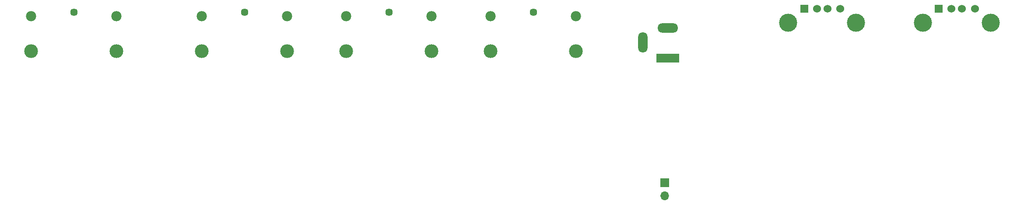
<source format=gbr>
%TF.GenerationSoftware,KiCad,Pcbnew,7.0.2*%
%TF.CreationDate,2023-08-06T23:13:36-03:00*%
%TF.ProjectId,KVM Project,4b564d20-5072-46f6-9a65-63742e6b6963,rev?*%
%TF.SameCoordinates,Original*%
%TF.FileFunction,Soldermask,Bot*%
%TF.FilePolarity,Negative*%
%FSLAX46Y46*%
G04 Gerber Fmt 4.6, Leading zero omitted, Abs format (unit mm)*
G04 Created by KiCad (PCBNEW 7.0.2) date 2023-08-06 23:13:36*
%MOMM*%
%LPD*%
G01*
G04 APERTURE LIST*
%ADD10R,1.700000X1.700000*%
%ADD11O,1.700000X1.700000*%
%ADD12R,4.400000X1.800000*%
%ADD13O,4.000000X1.800000*%
%ADD14O,1.800000X4.000000*%
%ADD15C,1.450000*%
%ADD16C,2.660000*%
%ADD17C,1.982000*%
%ADD18R,1.524000X1.524000*%
%ADD19C,1.524000*%
%ADD20C,3.500000*%
G04 APERTURE END LIST*
D10*
%TO.C,PWR1*%
X172720000Y-86360000D03*
D11*
X172720000Y-88900000D03*
%TD*%
D12*
%TO.C,PWR2*%
X173320000Y-62230000D03*
D13*
X173320000Y-56430000D03*
D14*
X168520000Y-59230000D03*
%TD*%
D15*
%TO.C,DP_IN1*%
X91440000Y-53340000D03*
D16*
X99690000Y-60900000D03*
D17*
X99690000Y-54120000D03*
X83190000Y-54120000D03*
D16*
X83190000Y-60900000D03*
%TD*%
D15*
%TO.C,DP_IN3*%
X147320000Y-53340000D03*
D16*
X155570000Y-60900000D03*
D17*
X155570000Y-54120000D03*
X139070000Y-54120000D03*
D16*
X139070000Y-60900000D03*
%TD*%
D15*
%TO.C,DP_IN2*%
X119380000Y-53340000D03*
D16*
X127630000Y-60900000D03*
D17*
X127630000Y-54120000D03*
X111130000Y-54120000D03*
D16*
X111130000Y-60900000D03*
%TD*%
D15*
%TO.C,DP_OUT1*%
X58420000Y-53340000D03*
D16*
X66670000Y-60900000D03*
D17*
X66670000Y-54120000D03*
X50170000Y-54120000D03*
D16*
X50170000Y-60900000D03*
%TD*%
D18*
%TO.C,USB_OUT1*%
X199700000Y-52692500D03*
D19*
X202200000Y-52692500D03*
X204200000Y-52692500D03*
X206700000Y-52692500D03*
D20*
X196630000Y-55402500D03*
X209770000Y-55402500D03*
%TD*%
D18*
%TO.C,USB_IN1*%
X225720000Y-52692500D03*
D19*
X228220000Y-52692500D03*
X230220000Y-52692500D03*
X232720000Y-52692500D03*
D20*
X222650000Y-55402500D03*
X235790000Y-55402500D03*
%TD*%
M02*

</source>
